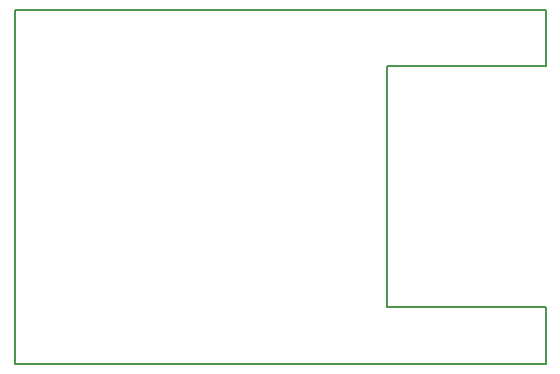
<source format=gko>
G04 Layer_Color=16711935*
%FSLAX43Y43*%
%MOMM*%
G71*
G01*
G75*
%ADD13C,0.200*%
D13*
X-13500Y-10200D02*
X-0D01*
X-13500D02*
Y10200D01*
X-0D01*
Y15000D01*
X-45000Y15000D02*
X0Y15000D01*
X-45000Y15000D02*
X-45000Y-15000D01*
X0Y-15000D01*
X-0D02*
Y-10200D01*
M02*

</source>
